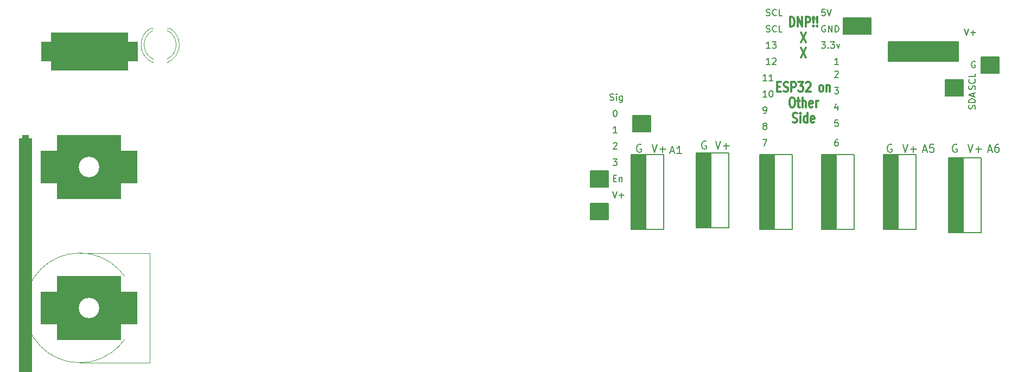
<source format=gto>
G04 #@! TF.GenerationSoftware,KiCad,Pcbnew,7.0.5-0*
G04 #@! TF.CreationDate,2024-12-12T00:25:15-05:00*
G04 #@! TF.ProjectId,ESP32_MIDI_v3.kicad_pro,45535033-325f-44d4-9944-495f76332e6b,rev?*
G04 #@! TF.SameCoordinates,Original*
G04 #@! TF.FileFunction,Legend,Top*
G04 #@! TF.FilePolarity,Positive*
%FSLAX46Y46*%
G04 Gerber Fmt 4.6, Leading zero omitted, Abs format (unit mm)*
G04 Created by KiCad (PCBNEW 7.0.5-0) date 2024-12-12 00:25:15*
%MOMM*%
%LPD*%
G01*
G04 APERTURE LIST*
G04 Aperture macros list*
%AMRoundRect*
0 Rectangle with rounded corners*
0 $1 Rounding radius*
0 $2 $3 $4 $5 $6 $7 $8 $9 X,Y pos of 4 corners*
0 Add a 4 corners polygon primitive as box body*
4,1,4,$2,$3,$4,$5,$6,$7,$8,$9,$2,$3,0*
0 Add four circle primitives for the rounded corners*
1,1,$1+$1,$2,$3*
1,1,$1+$1,$4,$5*
1,1,$1+$1,$6,$7*
1,1,$1+$1,$8,$9*
0 Add four rect primitives between the rounded corners*
20,1,$1+$1,$2,$3,$4,$5,0*
20,1,$1+$1,$4,$5,$6,$7,0*
20,1,$1+$1,$6,$7,$8,$9,0*
20,1,$1+$1,$8,$9,$2,$3,0*%
G04 Aperture macros list end*
%ADD10C,0.200000*%
%ADD11C,0.150000*%
%ADD12C,0.300000*%
%ADD13C,0.120000*%
%ADD14C,2.340000*%
%ADD15RoundRect,0.500000X0.500000X-25.500000X0.500000X25.500000X-0.500000X25.500000X-0.500000X-25.500000X0*%
%ADD16C,3.200000*%
%ADD17RoundRect,1.500000X-6.000000X-1.500000X6.000000X-1.500000X6.000000X1.500000X-6.000000X1.500000X0*%
%ADD18RoundRect,2.500000X-5.000000X-2.500000X5.000000X-2.500000X5.000000X2.500000X-5.000000X2.500000X0*%
%ADD19R,1.800000X1.800000*%
%ADD20C,1.800000*%
G04 APERTURE END LIST*
D10*
X118110000Y-56642000D02*
X120904000Y-56642000D01*
X120904000Y-59182000D01*
X118110000Y-59182000D01*
X118110000Y-56642000D01*
G36*
X118110000Y-56642000D02*
G01*
X120904000Y-56642000D01*
X120904000Y-59182000D01*
X118110000Y-59182000D01*
X118110000Y-56642000D01*
G37*
X176276000Y-54610000D02*
X179070000Y-54610000D01*
X179070000Y-66294000D01*
X176276000Y-66294000D01*
X176276000Y-54610000D01*
X118110000Y-61722000D02*
X120904000Y-61722000D01*
X120904000Y-64262000D01*
X118110000Y-64262000D01*
X118110000Y-61722000D01*
G36*
X118110000Y-61722000D02*
G01*
X120904000Y-61722000D01*
X120904000Y-64262000D01*
X118110000Y-64262000D01*
X118110000Y-61722000D01*
G37*
X173990000Y-54610000D02*
X176276000Y-54610000D01*
X176276000Y-66294000D01*
X173990000Y-66294000D01*
X173990000Y-54610000D01*
G36*
X173990000Y-54610000D02*
G01*
X176276000Y-54610000D01*
X176276000Y-66294000D01*
X173990000Y-66294000D01*
X173990000Y-54610000D01*
G37*
X163830000Y-54102000D02*
X166116000Y-54102000D01*
X166116000Y-65786000D01*
X163830000Y-65786000D01*
X163830000Y-54102000D01*
G36*
X163830000Y-54102000D02*
G01*
X166116000Y-54102000D01*
X166116000Y-65786000D01*
X163830000Y-65786000D01*
X163830000Y-54102000D01*
G37*
X156464000Y-54102000D02*
X159258000Y-54102000D01*
X159258000Y-65786000D01*
X156464000Y-65786000D01*
X156464000Y-54102000D01*
X164592000Y-36460000D02*
X175514000Y-36460000D01*
X175514000Y-39508000D01*
X164592000Y-39508000D01*
X164592000Y-36460000D01*
G36*
X164592000Y-36460000D02*
G01*
X175514000Y-36460000D01*
X175514000Y-39508000D01*
X164592000Y-39508000D01*
X164592000Y-36460000D01*
G37*
X124714000Y-48006000D02*
X127508000Y-48006000D01*
X127508000Y-50546000D01*
X124714000Y-50546000D01*
X124714000Y-48006000D01*
G36*
X124714000Y-48006000D02*
G01*
X127508000Y-48006000D01*
X127508000Y-50546000D01*
X124714000Y-50546000D01*
X124714000Y-48006000D01*
G37*
X154178000Y-54102000D02*
X156464000Y-54102000D01*
X156464000Y-65786000D01*
X154178000Y-65786000D01*
X154178000Y-54102000D01*
G36*
X154178000Y-54102000D02*
G01*
X156464000Y-54102000D01*
X156464000Y-65786000D01*
X154178000Y-65786000D01*
X154178000Y-54102000D01*
G37*
X173482000Y-42418000D02*
X176276000Y-42418000D01*
X176276000Y-44958000D01*
X173482000Y-44958000D01*
X173482000Y-42418000D01*
G36*
X173482000Y-42418000D02*
G01*
X176276000Y-42418000D01*
X176276000Y-44958000D01*
X173482000Y-44958000D01*
X173482000Y-42418000D01*
G37*
X124460000Y-54102000D02*
X126746000Y-54102000D01*
X126746000Y-65786000D01*
X124460000Y-65786000D01*
X124460000Y-54102000D01*
G36*
X124460000Y-54102000D02*
G01*
X126746000Y-54102000D01*
X126746000Y-65786000D01*
X124460000Y-65786000D01*
X124460000Y-54102000D01*
G37*
X126746000Y-54102000D02*
X129540000Y-54102000D01*
X129540000Y-65786000D01*
X126746000Y-65786000D01*
X126746000Y-54102000D01*
X146812000Y-54102000D02*
X149606000Y-54102000D01*
X149606000Y-65786000D01*
X146812000Y-65786000D01*
X146812000Y-54102000D01*
X166116000Y-54102000D02*
X168910000Y-54102000D01*
X168910000Y-65786000D01*
X166116000Y-65786000D01*
X166116000Y-54102000D01*
X136906000Y-53848000D02*
X139700000Y-53848000D01*
X139700000Y-65532000D01*
X136906000Y-65532000D01*
X136906000Y-53848000D01*
X157607000Y-32766000D02*
X161925000Y-32766000D01*
X161925000Y-35306000D01*
X157607000Y-35306000D01*
X157607000Y-32766000D01*
G36*
X157607000Y-32766000D02*
G01*
X161925000Y-32766000D01*
X161925000Y-35306000D01*
X157607000Y-35306000D01*
X157607000Y-32766000D01*
G37*
X144526000Y-54102000D02*
X146812000Y-54102000D01*
X146812000Y-65786000D01*
X144526000Y-65786000D01*
X144526000Y-54102000D01*
G36*
X144526000Y-54102000D02*
G01*
X146812000Y-54102000D01*
X146812000Y-65786000D01*
X144526000Y-65786000D01*
X144526000Y-54102000D01*
G37*
X179070000Y-38862000D02*
X181864000Y-38862000D01*
X181864000Y-41402000D01*
X179070000Y-41402000D01*
X179070000Y-38862000D01*
G36*
X179070000Y-38862000D02*
G01*
X181864000Y-38862000D01*
X181864000Y-41402000D01*
X179070000Y-41402000D01*
X179070000Y-38862000D01*
G37*
X134620000Y-53848000D02*
X136906000Y-53848000D01*
X136906000Y-65532000D01*
X134620000Y-65532000D01*
X134620000Y-53848000D01*
G36*
X134620000Y-53848000D02*
G01*
X136906000Y-53848000D01*
X136906000Y-65532000D01*
X134620000Y-65532000D01*
X134620000Y-53848000D01*
G37*
D11*
X176469922Y-34429819D02*
X176803255Y-35429819D01*
X176803255Y-35429819D02*
X177136588Y-34429819D01*
X177469922Y-35048866D02*
X178231827Y-35048866D01*
X177850874Y-35429819D02*
X177850874Y-34667914D01*
X156245160Y-41129057D02*
X156292779Y-41081438D01*
X156292779Y-41081438D02*
X156388017Y-41033819D01*
X156388017Y-41033819D02*
X156626112Y-41033819D01*
X156626112Y-41033819D02*
X156721350Y-41081438D01*
X156721350Y-41081438D02*
X156768969Y-41129057D01*
X156768969Y-41129057D02*
X156816588Y-41224295D01*
X156816588Y-41224295D02*
X156816588Y-41319533D01*
X156816588Y-41319533D02*
X156768969Y-41462390D01*
X156768969Y-41462390D02*
X156197541Y-42033819D01*
X156197541Y-42033819D02*
X156816588Y-42033819D01*
X122272588Y-50669819D02*
X121701160Y-50669819D01*
X121986874Y-50669819D02*
X121986874Y-49669819D01*
X121986874Y-49669819D02*
X121891636Y-49812676D01*
X121891636Y-49812676D02*
X121796398Y-49907914D01*
X121796398Y-49907914D02*
X121701160Y-49955533D01*
X121193160Y-45542200D02*
X121336017Y-45589819D01*
X121336017Y-45589819D02*
X121574112Y-45589819D01*
X121574112Y-45589819D02*
X121669350Y-45542200D01*
X121669350Y-45542200D02*
X121716969Y-45494580D01*
X121716969Y-45494580D02*
X121764588Y-45399342D01*
X121764588Y-45399342D02*
X121764588Y-45304104D01*
X121764588Y-45304104D02*
X121716969Y-45208866D01*
X121716969Y-45208866D02*
X121669350Y-45161247D01*
X121669350Y-45161247D02*
X121574112Y-45113628D01*
X121574112Y-45113628D02*
X121383636Y-45066009D01*
X121383636Y-45066009D02*
X121288398Y-45018390D01*
X121288398Y-45018390D02*
X121240779Y-44970771D01*
X121240779Y-44970771D02*
X121193160Y-44875533D01*
X121193160Y-44875533D02*
X121193160Y-44780295D01*
X121193160Y-44780295D02*
X121240779Y-44685057D01*
X121240779Y-44685057D02*
X121288398Y-44637438D01*
X121288398Y-44637438D02*
X121383636Y-44589819D01*
X121383636Y-44589819D02*
X121621731Y-44589819D01*
X121621731Y-44589819D02*
X121764588Y-44637438D01*
X122193160Y-45589819D02*
X122193160Y-44923152D01*
X122193160Y-44589819D02*
X122145541Y-44637438D01*
X122145541Y-44637438D02*
X122193160Y-44685057D01*
X122193160Y-44685057D02*
X122240779Y-44637438D01*
X122240779Y-44637438D02*
X122193160Y-44589819D01*
X122193160Y-44589819D02*
X122193160Y-44685057D01*
X123097921Y-44923152D02*
X123097921Y-45732676D01*
X123097921Y-45732676D02*
X123050302Y-45827914D01*
X123050302Y-45827914D02*
X123002683Y-45875533D01*
X123002683Y-45875533D02*
X122907445Y-45923152D01*
X122907445Y-45923152D02*
X122764588Y-45923152D01*
X122764588Y-45923152D02*
X122669350Y-45875533D01*
X123097921Y-45542200D02*
X123002683Y-45589819D01*
X123002683Y-45589819D02*
X122812207Y-45589819D01*
X122812207Y-45589819D02*
X122716969Y-45542200D01*
X122716969Y-45542200D02*
X122669350Y-45494580D01*
X122669350Y-45494580D02*
X122621731Y-45399342D01*
X122621731Y-45399342D02*
X122621731Y-45113628D01*
X122621731Y-45113628D02*
X122669350Y-45018390D01*
X122669350Y-45018390D02*
X122716969Y-44970771D01*
X122716969Y-44970771D02*
X122812207Y-44923152D01*
X122812207Y-44923152D02*
X123002683Y-44923152D01*
X123002683Y-44923152D02*
X123097921Y-44970771D01*
D10*
X175289863Y-52547885D02*
X175175578Y-52490742D01*
X175175578Y-52490742D02*
X175004149Y-52490742D01*
X175004149Y-52490742D02*
X174832720Y-52547885D01*
X174832720Y-52547885D02*
X174718435Y-52662171D01*
X174718435Y-52662171D02*
X174661292Y-52776457D01*
X174661292Y-52776457D02*
X174604149Y-53005028D01*
X174604149Y-53005028D02*
X174604149Y-53176457D01*
X174604149Y-53176457D02*
X174661292Y-53405028D01*
X174661292Y-53405028D02*
X174718435Y-53519314D01*
X174718435Y-53519314D02*
X174832720Y-53633600D01*
X174832720Y-53633600D02*
X175004149Y-53690742D01*
X175004149Y-53690742D02*
X175118435Y-53690742D01*
X175118435Y-53690742D02*
X175289863Y-53633600D01*
X175289863Y-53633600D02*
X175347006Y-53576457D01*
X175347006Y-53576457D02*
X175347006Y-53176457D01*
X175347006Y-53176457D02*
X175118435Y-53176457D01*
D11*
X145577160Y-34874200D02*
X145720017Y-34921819D01*
X145720017Y-34921819D02*
X145958112Y-34921819D01*
X145958112Y-34921819D02*
X146053350Y-34874200D01*
X146053350Y-34874200D02*
X146100969Y-34826580D01*
X146100969Y-34826580D02*
X146148588Y-34731342D01*
X146148588Y-34731342D02*
X146148588Y-34636104D01*
X146148588Y-34636104D02*
X146100969Y-34540866D01*
X146100969Y-34540866D02*
X146053350Y-34493247D01*
X146053350Y-34493247D02*
X145958112Y-34445628D01*
X145958112Y-34445628D02*
X145767636Y-34398009D01*
X145767636Y-34398009D02*
X145672398Y-34350390D01*
X145672398Y-34350390D02*
X145624779Y-34302771D01*
X145624779Y-34302771D02*
X145577160Y-34207533D01*
X145577160Y-34207533D02*
X145577160Y-34112295D01*
X145577160Y-34112295D02*
X145624779Y-34017057D01*
X145624779Y-34017057D02*
X145672398Y-33969438D01*
X145672398Y-33969438D02*
X145767636Y-33921819D01*
X145767636Y-33921819D02*
X146005731Y-33921819D01*
X146005731Y-33921819D02*
X146148588Y-33969438D01*
X147148588Y-34826580D02*
X147100969Y-34874200D01*
X147100969Y-34874200D02*
X146958112Y-34921819D01*
X146958112Y-34921819D02*
X146862874Y-34921819D01*
X146862874Y-34921819D02*
X146720017Y-34874200D01*
X146720017Y-34874200D02*
X146624779Y-34778961D01*
X146624779Y-34778961D02*
X146577160Y-34683723D01*
X146577160Y-34683723D02*
X146529541Y-34493247D01*
X146529541Y-34493247D02*
X146529541Y-34350390D01*
X146529541Y-34350390D02*
X146577160Y-34159914D01*
X146577160Y-34159914D02*
X146624779Y-34064676D01*
X146624779Y-34064676D02*
X146720017Y-33969438D01*
X146720017Y-33969438D02*
X146862874Y-33921819D01*
X146862874Y-33921819D02*
X146958112Y-33921819D01*
X146958112Y-33921819D02*
X147100969Y-33969438D01*
X147100969Y-33969438D02*
X147148588Y-34017057D01*
X148053350Y-34921819D02*
X147577160Y-34921819D01*
X147577160Y-34921819D02*
X147577160Y-33921819D01*
X156721350Y-46447152D02*
X156721350Y-47113819D01*
X156483255Y-46066200D02*
X156245160Y-46780485D01*
X156245160Y-46780485D02*
X156864207Y-46780485D01*
D10*
X127753863Y-52490742D02*
X128153863Y-53690742D01*
X128153863Y-53690742D02*
X128553863Y-52490742D01*
X128953863Y-53233600D02*
X129868149Y-53233600D01*
X129411006Y-53690742D02*
X129411006Y-52776457D01*
X177029863Y-52490742D02*
X177429863Y-53690742D01*
X177429863Y-53690742D02*
X177829863Y-52490742D01*
X178229863Y-53233600D02*
X179144149Y-53233600D01*
X178687006Y-53690742D02*
X178687006Y-52776457D01*
D11*
X156197541Y-43573819D02*
X156816588Y-43573819D01*
X156816588Y-43573819D02*
X156483255Y-43954771D01*
X156483255Y-43954771D02*
X156626112Y-43954771D01*
X156626112Y-43954771D02*
X156721350Y-44002390D01*
X156721350Y-44002390D02*
X156768969Y-44050009D01*
X156768969Y-44050009D02*
X156816588Y-44145247D01*
X156816588Y-44145247D02*
X156816588Y-44383342D01*
X156816588Y-44383342D02*
X156768969Y-44478580D01*
X156768969Y-44478580D02*
X156721350Y-44526200D01*
X156721350Y-44526200D02*
X156626112Y-44573819D01*
X156626112Y-44573819D02*
X156340398Y-44573819D01*
X156340398Y-44573819D02*
X156245160Y-44526200D01*
X156245160Y-44526200D02*
X156197541Y-44478580D01*
D10*
X136173863Y-52039885D02*
X136059578Y-51982742D01*
X136059578Y-51982742D02*
X135888149Y-51982742D01*
X135888149Y-51982742D02*
X135716720Y-52039885D01*
X135716720Y-52039885D02*
X135602435Y-52154171D01*
X135602435Y-52154171D02*
X135545292Y-52268457D01*
X135545292Y-52268457D02*
X135488149Y-52497028D01*
X135488149Y-52497028D02*
X135488149Y-52668457D01*
X135488149Y-52668457D02*
X135545292Y-52897028D01*
X135545292Y-52897028D02*
X135602435Y-53011314D01*
X135602435Y-53011314D02*
X135716720Y-53125600D01*
X135716720Y-53125600D02*
X135888149Y-53182742D01*
X135888149Y-53182742D02*
X136002435Y-53182742D01*
X136002435Y-53182742D02*
X136173863Y-53125600D01*
X136173863Y-53125600D02*
X136231006Y-53068457D01*
X136231006Y-53068457D02*
X136231006Y-52668457D01*
X136231006Y-52668457D02*
X136002435Y-52668457D01*
D11*
X154736969Y-31381819D02*
X154260779Y-31381819D01*
X154260779Y-31381819D02*
X154213160Y-31858009D01*
X154213160Y-31858009D02*
X154260779Y-31810390D01*
X154260779Y-31810390D02*
X154356017Y-31762771D01*
X154356017Y-31762771D02*
X154594112Y-31762771D01*
X154594112Y-31762771D02*
X154689350Y-31810390D01*
X154689350Y-31810390D02*
X154736969Y-31858009D01*
X154736969Y-31858009D02*
X154784588Y-31953247D01*
X154784588Y-31953247D02*
X154784588Y-32191342D01*
X154784588Y-32191342D02*
X154736969Y-32286580D01*
X154736969Y-32286580D02*
X154689350Y-32334200D01*
X154689350Y-32334200D02*
X154594112Y-32381819D01*
X154594112Y-32381819D02*
X154356017Y-32381819D01*
X154356017Y-32381819D02*
X154260779Y-32334200D01*
X154260779Y-32334200D02*
X154213160Y-32286580D01*
X155070303Y-31381819D02*
X155403636Y-32381819D01*
X155403636Y-32381819D02*
X155736969Y-31381819D01*
X121701160Y-52305057D02*
X121748779Y-52257438D01*
X121748779Y-52257438D02*
X121844017Y-52209819D01*
X121844017Y-52209819D02*
X122082112Y-52209819D01*
X122082112Y-52209819D02*
X122177350Y-52257438D01*
X122177350Y-52257438D02*
X122224969Y-52305057D01*
X122224969Y-52305057D02*
X122272588Y-52400295D01*
X122272588Y-52400295D02*
X122272588Y-52495533D01*
X122272588Y-52495533D02*
X122224969Y-52638390D01*
X122224969Y-52638390D02*
X121653541Y-53209819D01*
X121653541Y-53209819D02*
X122272588Y-53209819D01*
X146148588Y-40001819D02*
X145577160Y-40001819D01*
X145862874Y-40001819D02*
X145862874Y-39001819D01*
X145862874Y-39001819D02*
X145767636Y-39144676D01*
X145767636Y-39144676D02*
X145672398Y-39239914D01*
X145672398Y-39239914D02*
X145577160Y-39287533D01*
X146529541Y-39097057D02*
X146577160Y-39049438D01*
X146577160Y-39049438D02*
X146672398Y-39001819D01*
X146672398Y-39001819D02*
X146910493Y-39001819D01*
X146910493Y-39001819D02*
X147005731Y-39049438D01*
X147005731Y-39049438D02*
X147053350Y-39097057D01*
X147053350Y-39097057D02*
X147100969Y-39192295D01*
X147100969Y-39192295D02*
X147100969Y-39287533D01*
X147100969Y-39287533D02*
X147053350Y-39430390D01*
X147053350Y-39430390D02*
X146481922Y-40001819D01*
X146481922Y-40001819D02*
X147100969Y-40001819D01*
D12*
X149269714Y-34086828D02*
X149269714Y-32586828D01*
X149269714Y-32586828D02*
X149555428Y-32586828D01*
X149555428Y-32586828D02*
X149726857Y-32658257D01*
X149726857Y-32658257D02*
X149841142Y-32801114D01*
X149841142Y-32801114D02*
X149898285Y-32943971D01*
X149898285Y-32943971D02*
X149955428Y-33229685D01*
X149955428Y-33229685D02*
X149955428Y-33443971D01*
X149955428Y-33443971D02*
X149898285Y-33729685D01*
X149898285Y-33729685D02*
X149841142Y-33872542D01*
X149841142Y-33872542D02*
X149726857Y-34015400D01*
X149726857Y-34015400D02*
X149555428Y-34086828D01*
X149555428Y-34086828D02*
X149269714Y-34086828D01*
X150469714Y-34086828D02*
X150469714Y-32586828D01*
X150469714Y-32586828D02*
X151155428Y-34086828D01*
X151155428Y-34086828D02*
X151155428Y-32586828D01*
X151726857Y-34086828D02*
X151726857Y-32586828D01*
X151726857Y-32586828D02*
X152184000Y-32586828D01*
X152184000Y-32586828D02*
X152298285Y-32658257D01*
X152298285Y-32658257D02*
X152355428Y-32729685D01*
X152355428Y-32729685D02*
X152412571Y-32872542D01*
X152412571Y-32872542D02*
X152412571Y-33086828D01*
X152412571Y-33086828D02*
X152355428Y-33229685D01*
X152355428Y-33229685D02*
X152298285Y-33301114D01*
X152298285Y-33301114D02*
X152184000Y-33372542D01*
X152184000Y-33372542D02*
X151726857Y-33372542D01*
X152926857Y-33943971D02*
X152984000Y-34015400D01*
X152984000Y-34015400D02*
X152926857Y-34086828D01*
X152926857Y-34086828D02*
X152869714Y-34015400D01*
X152869714Y-34015400D02*
X152926857Y-33943971D01*
X152926857Y-33943971D02*
X152926857Y-34086828D01*
X152926857Y-33515400D02*
X152869714Y-32658257D01*
X152869714Y-32658257D02*
X152926857Y-32586828D01*
X152926857Y-32586828D02*
X152984000Y-32658257D01*
X152984000Y-32658257D02*
X152926857Y-33515400D01*
X152926857Y-33515400D02*
X152926857Y-32586828D01*
X153498286Y-33943971D02*
X153555429Y-34015400D01*
X153555429Y-34015400D02*
X153498286Y-34086828D01*
X153498286Y-34086828D02*
X153441143Y-34015400D01*
X153441143Y-34015400D02*
X153498286Y-33943971D01*
X153498286Y-33943971D02*
X153498286Y-34086828D01*
X153498286Y-33515400D02*
X153441143Y-32658257D01*
X153441143Y-32658257D02*
X153498286Y-32586828D01*
X153498286Y-32586828D02*
X153555429Y-32658257D01*
X153555429Y-32658257D02*
X153498286Y-33515400D01*
X153498286Y-33515400D02*
X153498286Y-32586828D01*
X150984000Y-35001828D02*
X151784000Y-36501828D01*
X151784000Y-35001828D02*
X150984000Y-36501828D01*
X150984000Y-37416828D02*
X151784000Y-38916828D01*
X151784000Y-37416828D02*
X150984000Y-38916828D01*
D10*
X137659863Y-51982742D02*
X138059863Y-53182742D01*
X138059863Y-53182742D02*
X138459863Y-51982742D01*
X138859863Y-52725600D02*
X139774149Y-52725600D01*
X139317006Y-53182742D02*
X139317006Y-52268457D01*
D11*
X145640588Y-42541819D02*
X145069160Y-42541819D01*
X145354874Y-42541819D02*
X145354874Y-41541819D01*
X145354874Y-41541819D02*
X145259636Y-41684676D01*
X145259636Y-41684676D02*
X145164398Y-41779914D01*
X145164398Y-41779914D02*
X145069160Y-41827533D01*
X146592969Y-42541819D02*
X146021541Y-42541819D01*
X146307255Y-42541819D02*
X146307255Y-41541819D01*
X146307255Y-41541819D02*
X146212017Y-41684676D01*
X146212017Y-41684676D02*
X146116779Y-41779914D01*
X146116779Y-41779914D02*
X146021541Y-41827533D01*
X154784588Y-33969438D02*
X154689350Y-33921819D01*
X154689350Y-33921819D02*
X154546493Y-33921819D01*
X154546493Y-33921819D02*
X154403636Y-33969438D01*
X154403636Y-33969438D02*
X154308398Y-34064676D01*
X154308398Y-34064676D02*
X154260779Y-34159914D01*
X154260779Y-34159914D02*
X154213160Y-34350390D01*
X154213160Y-34350390D02*
X154213160Y-34493247D01*
X154213160Y-34493247D02*
X154260779Y-34683723D01*
X154260779Y-34683723D02*
X154308398Y-34778961D01*
X154308398Y-34778961D02*
X154403636Y-34874200D01*
X154403636Y-34874200D02*
X154546493Y-34921819D01*
X154546493Y-34921819D02*
X154641731Y-34921819D01*
X154641731Y-34921819D02*
X154784588Y-34874200D01*
X154784588Y-34874200D02*
X154832207Y-34826580D01*
X154832207Y-34826580D02*
X154832207Y-34493247D01*
X154832207Y-34493247D02*
X154641731Y-34493247D01*
X155260779Y-34921819D02*
X155260779Y-33921819D01*
X155260779Y-33921819D02*
X155832207Y-34921819D01*
X155832207Y-34921819D02*
X155832207Y-33921819D01*
X156308398Y-34921819D02*
X156308398Y-33921819D01*
X156308398Y-33921819D02*
X156546493Y-33921819D01*
X156546493Y-33921819D02*
X156689350Y-33969438D01*
X156689350Y-33969438D02*
X156784588Y-34064676D01*
X156784588Y-34064676D02*
X156832207Y-34159914D01*
X156832207Y-34159914D02*
X156879826Y-34350390D01*
X156879826Y-34350390D02*
X156879826Y-34493247D01*
X156879826Y-34493247D02*
X156832207Y-34683723D01*
X156832207Y-34683723D02*
X156784588Y-34778961D01*
X156784588Y-34778961D02*
X156689350Y-34874200D01*
X156689350Y-34874200D02*
X156546493Y-34921819D01*
X156546493Y-34921819D02*
X156308398Y-34921819D01*
D10*
X126013863Y-52547885D02*
X125899578Y-52490742D01*
X125899578Y-52490742D02*
X125728149Y-52490742D01*
X125728149Y-52490742D02*
X125556720Y-52547885D01*
X125556720Y-52547885D02*
X125442435Y-52662171D01*
X125442435Y-52662171D02*
X125385292Y-52776457D01*
X125385292Y-52776457D02*
X125328149Y-53005028D01*
X125328149Y-53005028D02*
X125328149Y-53176457D01*
X125328149Y-53176457D02*
X125385292Y-53405028D01*
X125385292Y-53405028D02*
X125442435Y-53519314D01*
X125442435Y-53519314D02*
X125556720Y-53633600D01*
X125556720Y-53633600D02*
X125728149Y-53690742D01*
X125728149Y-53690742D02*
X125842435Y-53690742D01*
X125842435Y-53690742D02*
X126013863Y-53633600D01*
X126013863Y-53633600D02*
X126071006Y-53576457D01*
X126071006Y-53576457D02*
X126071006Y-53176457D01*
X126071006Y-53176457D02*
X125842435Y-53176457D01*
D11*
X146148588Y-37461819D02*
X145577160Y-37461819D01*
X145862874Y-37461819D02*
X145862874Y-36461819D01*
X145862874Y-36461819D02*
X145767636Y-36604676D01*
X145767636Y-36604676D02*
X145672398Y-36699914D01*
X145672398Y-36699914D02*
X145577160Y-36747533D01*
X146481922Y-36461819D02*
X147100969Y-36461819D01*
X147100969Y-36461819D02*
X146767636Y-36842771D01*
X146767636Y-36842771D02*
X146910493Y-36842771D01*
X146910493Y-36842771D02*
X147005731Y-36890390D01*
X147005731Y-36890390D02*
X147053350Y-36938009D01*
X147053350Y-36938009D02*
X147100969Y-37033247D01*
X147100969Y-37033247D02*
X147100969Y-37271342D01*
X147100969Y-37271342D02*
X147053350Y-37366580D01*
X147053350Y-37366580D02*
X147005731Y-37414200D01*
X147005731Y-37414200D02*
X146910493Y-37461819D01*
X146910493Y-37461819D02*
X146624779Y-37461819D01*
X146624779Y-37461819D02*
X146529541Y-37414200D01*
X146529541Y-37414200D02*
X146481922Y-37366580D01*
X154165541Y-36461819D02*
X154784588Y-36461819D01*
X154784588Y-36461819D02*
X154451255Y-36842771D01*
X154451255Y-36842771D02*
X154594112Y-36842771D01*
X154594112Y-36842771D02*
X154689350Y-36890390D01*
X154689350Y-36890390D02*
X154736969Y-36938009D01*
X154736969Y-36938009D02*
X154784588Y-37033247D01*
X154784588Y-37033247D02*
X154784588Y-37271342D01*
X154784588Y-37271342D02*
X154736969Y-37366580D01*
X154736969Y-37366580D02*
X154689350Y-37414200D01*
X154689350Y-37414200D02*
X154594112Y-37461819D01*
X154594112Y-37461819D02*
X154308398Y-37461819D01*
X154308398Y-37461819D02*
X154213160Y-37414200D01*
X154213160Y-37414200D02*
X154165541Y-37366580D01*
X155213160Y-37366580D02*
X155260779Y-37414200D01*
X155260779Y-37414200D02*
X155213160Y-37461819D01*
X155213160Y-37461819D02*
X155165541Y-37414200D01*
X155165541Y-37414200D02*
X155213160Y-37366580D01*
X155213160Y-37366580D02*
X155213160Y-37461819D01*
X155594112Y-36461819D02*
X156213159Y-36461819D01*
X156213159Y-36461819D02*
X155879826Y-36842771D01*
X155879826Y-36842771D02*
X156022683Y-36842771D01*
X156022683Y-36842771D02*
X156117921Y-36890390D01*
X156117921Y-36890390D02*
X156165540Y-36938009D01*
X156165540Y-36938009D02*
X156213159Y-37033247D01*
X156213159Y-37033247D02*
X156213159Y-37271342D01*
X156213159Y-37271342D02*
X156165540Y-37366580D01*
X156165540Y-37366580D02*
X156117921Y-37414200D01*
X156117921Y-37414200D02*
X156022683Y-37461819D01*
X156022683Y-37461819D02*
X155736969Y-37461819D01*
X155736969Y-37461819D02*
X155641731Y-37414200D01*
X155641731Y-37414200D02*
X155594112Y-37366580D01*
X156546493Y-36795152D02*
X156784588Y-37461819D01*
X156784588Y-37461819D02*
X157022683Y-36795152D01*
X121748779Y-57766009D02*
X122082112Y-57766009D01*
X122224969Y-58289819D02*
X121748779Y-58289819D01*
X121748779Y-58289819D02*
X121748779Y-57289819D01*
X121748779Y-57289819D02*
X122224969Y-57289819D01*
X122653541Y-57623152D02*
X122653541Y-58289819D01*
X122653541Y-57718390D02*
X122701160Y-57670771D01*
X122701160Y-57670771D02*
X122796398Y-57623152D01*
X122796398Y-57623152D02*
X122939255Y-57623152D01*
X122939255Y-57623152D02*
X123034493Y-57670771D01*
X123034493Y-57670771D02*
X123082112Y-57766009D01*
X123082112Y-57766009D02*
X123082112Y-58289819D01*
X178152588Y-39557438D02*
X178057350Y-39509819D01*
X178057350Y-39509819D02*
X177914493Y-39509819D01*
X177914493Y-39509819D02*
X177771636Y-39557438D01*
X177771636Y-39557438D02*
X177676398Y-39652676D01*
X177676398Y-39652676D02*
X177628779Y-39747914D01*
X177628779Y-39747914D02*
X177581160Y-39938390D01*
X177581160Y-39938390D02*
X177581160Y-40081247D01*
X177581160Y-40081247D02*
X177628779Y-40271723D01*
X177628779Y-40271723D02*
X177676398Y-40366961D01*
X177676398Y-40366961D02*
X177771636Y-40462200D01*
X177771636Y-40462200D02*
X177914493Y-40509819D01*
X177914493Y-40509819D02*
X178009731Y-40509819D01*
X178009731Y-40509819D02*
X178152588Y-40462200D01*
X178152588Y-40462200D02*
X178200207Y-40414580D01*
X178200207Y-40414580D02*
X178200207Y-40081247D01*
X178200207Y-40081247D02*
X178009731Y-40081247D01*
X145577160Y-32334200D02*
X145720017Y-32381819D01*
X145720017Y-32381819D02*
X145958112Y-32381819D01*
X145958112Y-32381819D02*
X146053350Y-32334200D01*
X146053350Y-32334200D02*
X146100969Y-32286580D01*
X146100969Y-32286580D02*
X146148588Y-32191342D01*
X146148588Y-32191342D02*
X146148588Y-32096104D01*
X146148588Y-32096104D02*
X146100969Y-32000866D01*
X146100969Y-32000866D02*
X146053350Y-31953247D01*
X146053350Y-31953247D02*
X145958112Y-31905628D01*
X145958112Y-31905628D02*
X145767636Y-31858009D01*
X145767636Y-31858009D02*
X145672398Y-31810390D01*
X145672398Y-31810390D02*
X145624779Y-31762771D01*
X145624779Y-31762771D02*
X145577160Y-31667533D01*
X145577160Y-31667533D02*
X145577160Y-31572295D01*
X145577160Y-31572295D02*
X145624779Y-31477057D01*
X145624779Y-31477057D02*
X145672398Y-31429438D01*
X145672398Y-31429438D02*
X145767636Y-31381819D01*
X145767636Y-31381819D02*
X146005731Y-31381819D01*
X146005731Y-31381819D02*
X146148588Y-31429438D01*
X147148588Y-32286580D02*
X147100969Y-32334200D01*
X147100969Y-32334200D02*
X146958112Y-32381819D01*
X146958112Y-32381819D02*
X146862874Y-32381819D01*
X146862874Y-32381819D02*
X146720017Y-32334200D01*
X146720017Y-32334200D02*
X146624779Y-32238961D01*
X146624779Y-32238961D02*
X146577160Y-32143723D01*
X146577160Y-32143723D02*
X146529541Y-31953247D01*
X146529541Y-31953247D02*
X146529541Y-31810390D01*
X146529541Y-31810390D02*
X146577160Y-31619914D01*
X146577160Y-31619914D02*
X146624779Y-31524676D01*
X146624779Y-31524676D02*
X146720017Y-31429438D01*
X146720017Y-31429438D02*
X146862874Y-31381819D01*
X146862874Y-31381819D02*
X146958112Y-31381819D01*
X146958112Y-31381819D02*
X147100969Y-31429438D01*
X147100969Y-31429438D02*
X147148588Y-31477057D01*
X148053350Y-32381819D02*
X147577160Y-32381819D01*
X147577160Y-32381819D02*
X147577160Y-31381819D01*
D10*
X170032149Y-53347885D02*
X170603578Y-53347885D01*
X169917863Y-53690742D02*
X170317863Y-52490742D01*
X170317863Y-52490742D02*
X170717863Y-53690742D01*
X171689291Y-52490742D02*
X171117863Y-52490742D01*
X171117863Y-52490742D02*
X171060720Y-53062171D01*
X171060720Y-53062171D02*
X171117863Y-53005028D01*
X171117863Y-53005028D02*
X171232149Y-52947885D01*
X171232149Y-52947885D02*
X171517863Y-52947885D01*
X171517863Y-52947885D02*
X171632149Y-53005028D01*
X171632149Y-53005028D02*
X171689291Y-53062171D01*
X171689291Y-53062171D02*
X171746434Y-53176457D01*
X171746434Y-53176457D02*
X171746434Y-53462171D01*
X171746434Y-53462171D02*
X171689291Y-53576457D01*
X171689291Y-53576457D02*
X171632149Y-53633600D01*
X171632149Y-53633600D02*
X171517863Y-53690742D01*
X171517863Y-53690742D02*
X171232149Y-53690742D01*
X171232149Y-53690742D02*
X171117863Y-53633600D01*
X171117863Y-53633600D02*
X171060720Y-53576457D01*
D11*
X156816588Y-40001819D02*
X156245160Y-40001819D01*
X156530874Y-40001819D02*
X156530874Y-39001819D01*
X156530874Y-39001819D02*
X156435636Y-39144676D01*
X156435636Y-39144676D02*
X156340398Y-39239914D01*
X156340398Y-39239914D02*
X156245160Y-39287533D01*
X178130200Y-43906839D02*
X178177819Y-43763982D01*
X178177819Y-43763982D02*
X178177819Y-43525887D01*
X178177819Y-43525887D02*
X178130200Y-43430649D01*
X178130200Y-43430649D02*
X178082580Y-43383030D01*
X178082580Y-43383030D02*
X177987342Y-43335411D01*
X177987342Y-43335411D02*
X177892104Y-43335411D01*
X177892104Y-43335411D02*
X177796866Y-43383030D01*
X177796866Y-43383030D02*
X177749247Y-43430649D01*
X177749247Y-43430649D02*
X177701628Y-43525887D01*
X177701628Y-43525887D02*
X177654009Y-43716363D01*
X177654009Y-43716363D02*
X177606390Y-43811601D01*
X177606390Y-43811601D02*
X177558771Y-43859220D01*
X177558771Y-43859220D02*
X177463533Y-43906839D01*
X177463533Y-43906839D02*
X177368295Y-43906839D01*
X177368295Y-43906839D02*
X177273057Y-43859220D01*
X177273057Y-43859220D02*
X177225438Y-43811601D01*
X177225438Y-43811601D02*
X177177819Y-43716363D01*
X177177819Y-43716363D02*
X177177819Y-43478268D01*
X177177819Y-43478268D02*
X177225438Y-43335411D01*
X178082580Y-42335411D02*
X178130200Y-42383030D01*
X178130200Y-42383030D02*
X178177819Y-42525887D01*
X178177819Y-42525887D02*
X178177819Y-42621125D01*
X178177819Y-42621125D02*
X178130200Y-42763982D01*
X178130200Y-42763982D02*
X178034961Y-42859220D01*
X178034961Y-42859220D02*
X177939723Y-42906839D01*
X177939723Y-42906839D02*
X177749247Y-42954458D01*
X177749247Y-42954458D02*
X177606390Y-42954458D01*
X177606390Y-42954458D02*
X177415914Y-42906839D01*
X177415914Y-42906839D02*
X177320676Y-42859220D01*
X177320676Y-42859220D02*
X177225438Y-42763982D01*
X177225438Y-42763982D02*
X177177819Y-42621125D01*
X177177819Y-42621125D02*
X177177819Y-42525887D01*
X177177819Y-42525887D02*
X177225438Y-42383030D01*
X177225438Y-42383030D02*
X177273057Y-42335411D01*
X178177819Y-41430649D02*
X178177819Y-41906839D01*
X178177819Y-41906839D02*
X177177819Y-41906839D01*
D10*
X180192149Y-53347885D02*
X180763578Y-53347885D01*
X180077863Y-53690742D02*
X180477863Y-52490742D01*
X180477863Y-52490742D02*
X180877863Y-53690742D01*
X181792149Y-52490742D02*
X181563577Y-52490742D01*
X181563577Y-52490742D02*
X181449291Y-52547885D01*
X181449291Y-52547885D02*
X181392149Y-52605028D01*
X181392149Y-52605028D02*
X181277863Y-52776457D01*
X181277863Y-52776457D02*
X181220720Y-53005028D01*
X181220720Y-53005028D02*
X181220720Y-53462171D01*
X181220720Y-53462171D02*
X181277863Y-53576457D01*
X181277863Y-53576457D02*
X181335006Y-53633600D01*
X181335006Y-53633600D02*
X181449291Y-53690742D01*
X181449291Y-53690742D02*
X181677863Y-53690742D01*
X181677863Y-53690742D02*
X181792149Y-53633600D01*
X181792149Y-53633600D02*
X181849291Y-53576457D01*
X181849291Y-53576457D02*
X181906434Y-53462171D01*
X181906434Y-53462171D02*
X181906434Y-53176457D01*
X181906434Y-53176457D02*
X181849291Y-53062171D01*
X181849291Y-53062171D02*
X181792149Y-53005028D01*
X181792149Y-53005028D02*
X181677863Y-52947885D01*
X181677863Y-52947885D02*
X181449291Y-52947885D01*
X181449291Y-52947885D02*
X181335006Y-53005028D01*
X181335006Y-53005028D02*
X181277863Y-53062171D01*
X181277863Y-53062171D02*
X181220720Y-53176457D01*
D11*
X145640588Y-45081819D02*
X145069160Y-45081819D01*
X145354874Y-45081819D02*
X145354874Y-44081819D01*
X145354874Y-44081819D02*
X145259636Y-44224676D01*
X145259636Y-44224676D02*
X145164398Y-44319914D01*
X145164398Y-44319914D02*
X145069160Y-44367533D01*
X146259636Y-44081819D02*
X146354874Y-44081819D01*
X146354874Y-44081819D02*
X146450112Y-44129438D01*
X146450112Y-44129438D02*
X146497731Y-44177057D01*
X146497731Y-44177057D02*
X146545350Y-44272295D01*
X146545350Y-44272295D02*
X146592969Y-44462771D01*
X146592969Y-44462771D02*
X146592969Y-44700866D01*
X146592969Y-44700866D02*
X146545350Y-44891342D01*
X146545350Y-44891342D02*
X146497731Y-44986580D01*
X146497731Y-44986580D02*
X146450112Y-45034200D01*
X146450112Y-45034200D02*
X146354874Y-45081819D01*
X146354874Y-45081819D02*
X146259636Y-45081819D01*
X146259636Y-45081819D02*
X146164398Y-45034200D01*
X146164398Y-45034200D02*
X146116779Y-44986580D01*
X146116779Y-44986580D02*
X146069160Y-44891342D01*
X146069160Y-44891342D02*
X146021541Y-44700866D01*
X146021541Y-44700866D02*
X146021541Y-44462771D01*
X146021541Y-44462771D02*
X146069160Y-44272295D01*
X146069160Y-44272295D02*
X146116779Y-44177057D01*
X146116779Y-44177057D02*
X146164398Y-44129438D01*
X146164398Y-44129438D02*
X146259636Y-44081819D01*
X121653541Y-54749819D02*
X122272588Y-54749819D01*
X122272588Y-54749819D02*
X121939255Y-55130771D01*
X121939255Y-55130771D02*
X122082112Y-55130771D01*
X122082112Y-55130771D02*
X122177350Y-55178390D01*
X122177350Y-55178390D02*
X122224969Y-55226009D01*
X122224969Y-55226009D02*
X122272588Y-55321247D01*
X122272588Y-55321247D02*
X122272588Y-55559342D01*
X122272588Y-55559342D02*
X122224969Y-55654580D01*
X122224969Y-55654580D02*
X122177350Y-55702200D01*
X122177350Y-55702200D02*
X122082112Y-55749819D01*
X122082112Y-55749819D02*
X121796398Y-55749819D01*
X121796398Y-55749819D02*
X121701160Y-55702200D01*
X121701160Y-55702200D02*
X121653541Y-55654580D01*
X145164398Y-47621819D02*
X145354874Y-47621819D01*
X145354874Y-47621819D02*
X145450112Y-47574200D01*
X145450112Y-47574200D02*
X145497731Y-47526580D01*
X145497731Y-47526580D02*
X145592969Y-47383723D01*
X145592969Y-47383723D02*
X145640588Y-47193247D01*
X145640588Y-47193247D02*
X145640588Y-46812295D01*
X145640588Y-46812295D02*
X145592969Y-46717057D01*
X145592969Y-46717057D02*
X145545350Y-46669438D01*
X145545350Y-46669438D02*
X145450112Y-46621819D01*
X145450112Y-46621819D02*
X145259636Y-46621819D01*
X145259636Y-46621819D02*
X145164398Y-46669438D01*
X145164398Y-46669438D02*
X145116779Y-46717057D01*
X145116779Y-46717057D02*
X145069160Y-46812295D01*
X145069160Y-46812295D02*
X145069160Y-47050390D01*
X145069160Y-47050390D02*
X145116779Y-47145628D01*
X145116779Y-47145628D02*
X145164398Y-47193247D01*
X145164398Y-47193247D02*
X145259636Y-47240866D01*
X145259636Y-47240866D02*
X145450112Y-47240866D01*
X145450112Y-47240866D02*
X145545350Y-47193247D01*
X145545350Y-47193247D02*
X145592969Y-47145628D01*
X145592969Y-47145628D02*
X145640588Y-47050390D01*
X145259636Y-49590390D02*
X145164398Y-49542771D01*
X145164398Y-49542771D02*
X145116779Y-49495152D01*
X145116779Y-49495152D02*
X145069160Y-49399914D01*
X145069160Y-49399914D02*
X145069160Y-49352295D01*
X145069160Y-49352295D02*
X145116779Y-49257057D01*
X145116779Y-49257057D02*
X145164398Y-49209438D01*
X145164398Y-49209438D02*
X145259636Y-49161819D01*
X145259636Y-49161819D02*
X145450112Y-49161819D01*
X145450112Y-49161819D02*
X145545350Y-49209438D01*
X145545350Y-49209438D02*
X145592969Y-49257057D01*
X145592969Y-49257057D02*
X145640588Y-49352295D01*
X145640588Y-49352295D02*
X145640588Y-49399914D01*
X145640588Y-49399914D02*
X145592969Y-49495152D01*
X145592969Y-49495152D02*
X145545350Y-49542771D01*
X145545350Y-49542771D02*
X145450112Y-49590390D01*
X145450112Y-49590390D02*
X145259636Y-49590390D01*
X145259636Y-49590390D02*
X145164398Y-49638009D01*
X145164398Y-49638009D02*
X145116779Y-49685628D01*
X145116779Y-49685628D02*
X145069160Y-49780866D01*
X145069160Y-49780866D02*
X145069160Y-49971342D01*
X145069160Y-49971342D02*
X145116779Y-50066580D01*
X145116779Y-50066580D02*
X145164398Y-50114200D01*
X145164398Y-50114200D02*
X145259636Y-50161819D01*
X145259636Y-50161819D02*
X145450112Y-50161819D01*
X145450112Y-50161819D02*
X145545350Y-50114200D01*
X145545350Y-50114200D02*
X145592969Y-50066580D01*
X145592969Y-50066580D02*
X145640588Y-49971342D01*
X145640588Y-49971342D02*
X145640588Y-49780866D01*
X145640588Y-49780866D02*
X145592969Y-49685628D01*
X145592969Y-49685628D02*
X145545350Y-49638009D01*
X145545350Y-49638009D02*
X145450112Y-49590390D01*
D10*
X166869863Y-52490742D02*
X167269863Y-53690742D01*
X167269863Y-53690742D02*
X167669863Y-52490742D01*
X168069863Y-53233600D02*
X168984149Y-53233600D01*
X168527006Y-53690742D02*
X168527006Y-52776457D01*
D11*
X178130200Y-46954839D02*
X178177819Y-46811982D01*
X178177819Y-46811982D02*
X178177819Y-46573887D01*
X178177819Y-46573887D02*
X178130200Y-46478649D01*
X178130200Y-46478649D02*
X178082580Y-46431030D01*
X178082580Y-46431030D02*
X177987342Y-46383411D01*
X177987342Y-46383411D02*
X177892104Y-46383411D01*
X177892104Y-46383411D02*
X177796866Y-46431030D01*
X177796866Y-46431030D02*
X177749247Y-46478649D01*
X177749247Y-46478649D02*
X177701628Y-46573887D01*
X177701628Y-46573887D02*
X177654009Y-46764363D01*
X177654009Y-46764363D02*
X177606390Y-46859601D01*
X177606390Y-46859601D02*
X177558771Y-46907220D01*
X177558771Y-46907220D02*
X177463533Y-46954839D01*
X177463533Y-46954839D02*
X177368295Y-46954839D01*
X177368295Y-46954839D02*
X177273057Y-46907220D01*
X177273057Y-46907220D02*
X177225438Y-46859601D01*
X177225438Y-46859601D02*
X177177819Y-46764363D01*
X177177819Y-46764363D02*
X177177819Y-46526268D01*
X177177819Y-46526268D02*
X177225438Y-46383411D01*
X178177819Y-45954839D02*
X177177819Y-45954839D01*
X177177819Y-45954839D02*
X177177819Y-45716744D01*
X177177819Y-45716744D02*
X177225438Y-45573887D01*
X177225438Y-45573887D02*
X177320676Y-45478649D01*
X177320676Y-45478649D02*
X177415914Y-45431030D01*
X177415914Y-45431030D02*
X177606390Y-45383411D01*
X177606390Y-45383411D02*
X177749247Y-45383411D01*
X177749247Y-45383411D02*
X177939723Y-45431030D01*
X177939723Y-45431030D02*
X178034961Y-45478649D01*
X178034961Y-45478649D02*
X178130200Y-45573887D01*
X178130200Y-45573887D02*
X178177819Y-45716744D01*
X178177819Y-45716744D02*
X178177819Y-45954839D01*
X177892104Y-45002458D02*
X177892104Y-44526268D01*
X178177819Y-45097696D02*
X177177819Y-44764363D01*
X177177819Y-44764363D02*
X178177819Y-44431030D01*
X121605922Y-59829819D02*
X121939255Y-60829819D01*
X121939255Y-60829819D02*
X122272588Y-59829819D01*
X122605922Y-60448866D02*
X123367827Y-60448866D01*
X122986874Y-60829819D02*
X122986874Y-60067914D01*
D10*
X130604019Y-53584559D02*
X131175448Y-53584559D01*
X130489733Y-53927416D02*
X130889733Y-52727416D01*
X130889733Y-52727416D02*
X131289733Y-53927416D01*
X132318304Y-53927416D02*
X131632590Y-53927416D01*
X131975447Y-53927416D02*
X131975447Y-52727416D01*
X131975447Y-52727416D02*
X131861161Y-52898845D01*
X131861161Y-52898845D02*
X131746876Y-53013131D01*
X131746876Y-53013131D02*
X131632590Y-53070274D01*
X165129863Y-52547885D02*
X165015578Y-52490742D01*
X165015578Y-52490742D02*
X164844149Y-52490742D01*
X164844149Y-52490742D02*
X164672720Y-52547885D01*
X164672720Y-52547885D02*
X164558435Y-52662171D01*
X164558435Y-52662171D02*
X164501292Y-52776457D01*
X164501292Y-52776457D02*
X164444149Y-53005028D01*
X164444149Y-53005028D02*
X164444149Y-53176457D01*
X164444149Y-53176457D02*
X164501292Y-53405028D01*
X164501292Y-53405028D02*
X164558435Y-53519314D01*
X164558435Y-53519314D02*
X164672720Y-53633600D01*
X164672720Y-53633600D02*
X164844149Y-53690742D01*
X164844149Y-53690742D02*
X164958435Y-53690742D01*
X164958435Y-53690742D02*
X165129863Y-53633600D01*
X165129863Y-53633600D02*
X165187006Y-53576457D01*
X165187006Y-53576457D02*
X165187006Y-53176457D01*
X165187006Y-53176457D02*
X164958435Y-53176457D01*
D11*
X156721350Y-51701819D02*
X156530874Y-51701819D01*
X156530874Y-51701819D02*
X156435636Y-51749438D01*
X156435636Y-51749438D02*
X156388017Y-51797057D01*
X156388017Y-51797057D02*
X156292779Y-51939914D01*
X156292779Y-51939914D02*
X156245160Y-52130390D01*
X156245160Y-52130390D02*
X156245160Y-52511342D01*
X156245160Y-52511342D02*
X156292779Y-52606580D01*
X156292779Y-52606580D02*
X156340398Y-52654200D01*
X156340398Y-52654200D02*
X156435636Y-52701819D01*
X156435636Y-52701819D02*
X156626112Y-52701819D01*
X156626112Y-52701819D02*
X156721350Y-52654200D01*
X156721350Y-52654200D02*
X156768969Y-52606580D01*
X156768969Y-52606580D02*
X156816588Y-52511342D01*
X156816588Y-52511342D02*
X156816588Y-52273247D01*
X156816588Y-52273247D02*
X156768969Y-52178009D01*
X156768969Y-52178009D02*
X156721350Y-52130390D01*
X156721350Y-52130390D02*
X156626112Y-52082771D01*
X156626112Y-52082771D02*
X156435636Y-52082771D01*
X156435636Y-52082771D02*
X156340398Y-52130390D01*
X156340398Y-52130390D02*
X156292779Y-52178009D01*
X156292779Y-52178009D02*
X156245160Y-52273247D01*
X156768969Y-48653819D02*
X156292779Y-48653819D01*
X156292779Y-48653819D02*
X156245160Y-49130009D01*
X156245160Y-49130009D02*
X156292779Y-49082390D01*
X156292779Y-49082390D02*
X156388017Y-49034771D01*
X156388017Y-49034771D02*
X156626112Y-49034771D01*
X156626112Y-49034771D02*
X156721350Y-49082390D01*
X156721350Y-49082390D02*
X156768969Y-49130009D01*
X156768969Y-49130009D02*
X156816588Y-49225247D01*
X156816588Y-49225247D02*
X156816588Y-49463342D01*
X156816588Y-49463342D02*
X156768969Y-49558580D01*
X156768969Y-49558580D02*
X156721350Y-49606200D01*
X156721350Y-49606200D02*
X156626112Y-49653819D01*
X156626112Y-49653819D02*
X156388017Y-49653819D01*
X156388017Y-49653819D02*
X156292779Y-49606200D01*
X156292779Y-49606200D02*
X156245160Y-49558580D01*
D12*
X147269715Y-43461114D02*
X147669715Y-43461114D01*
X147841143Y-44246828D02*
X147269715Y-44246828D01*
X147269715Y-44246828D02*
X147269715Y-42746828D01*
X147269715Y-42746828D02*
X147841143Y-42746828D01*
X148298286Y-44175400D02*
X148469715Y-44246828D01*
X148469715Y-44246828D02*
X148755429Y-44246828D01*
X148755429Y-44246828D02*
X148869715Y-44175400D01*
X148869715Y-44175400D02*
X148926857Y-44103971D01*
X148926857Y-44103971D02*
X148984000Y-43961114D01*
X148984000Y-43961114D02*
X148984000Y-43818257D01*
X148984000Y-43818257D02*
X148926857Y-43675400D01*
X148926857Y-43675400D02*
X148869715Y-43603971D01*
X148869715Y-43603971D02*
X148755429Y-43532542D01*
X148755429Y-43532542D02*
X148526857Y-43461114D01*
X148526857Y-43461114D02*
X148412572Y-43389685D01*
X148412572Y-43389685D02*
X148355429Y-43318257D01*
X148355429Y-43318257D02*
X148298286Y-43175400D01*
X148298286Y-43175400D02*
X148298286Y-43032542D01*
X148298286Y-43032542D02*
X148355429Y-42889685D01*
X148355429Y-42889685D02*
X148412572Y-42818257D01*
X148412572Y-42818257D02*
X148526857Y-42746828D01*
X148526857Y-42746828D02*
X148812572Y-42746828D01*
X148812572Y-42746828D02*
X148984000Y-42818257D01*
X149498286Y-44246828D02*
X149498286Y-42746828D01*
X149498286Y-42746828D02*
X149955429Y-42746828D01*
X149955429Y-42746828D02*
X150069714Y-42818257D01*
X150069714Y-42818257D02*
X150126857Y-42889685D01*
X150126857Y-42889685D02*
X150184000Y-43032542D01*
X150184000Y-43032542D02*
X150184000Y-43246828D01*
X150184000Y-43246828D02*
X150126857Y-43389685D01*
X150126857Y-43389685D02*
X150069714Y-43461114D01*
X150069714Y-43461114D02*
X149955429Y-43532542D01*
X149955429Y-43532542D02*
X149498286Y-43532542D01*
X150584000Y-42746828D02*
X151326857Y-42746828D01*
X151326857Y-42746828D02*
X150926857Y-43318257D01*
X150926857Y-43318257D02*
X151098286Y-43318257D01*
X151098286Y-43318257D02*
X151212572Y-43389685D01*
X151212572Y-43389685D02*
X151269714Y-43461114D01*
X151269714Y-43461114D02*
X151326857Y-43603971D01*
X151326857Y-43603971D02*
X151326857Y-43961114D01*
X151326857Y-43961114D02*
X151269714Y-44103971D01*
X151269714Y-44103971D02*
X151212572Y-44175400D01*
X151212572Y-44175400D02*
X151098286Y-44246828D01*
X151098286Y-44246828D02*
X150755429Y-44246828D01*
X150755429Y-44246828D02*
X150641143Y-44175400D01*
X150641143Y-44175400D02*
X150584000Y-44103971D01*
X151784000Y-42889685D02*
X151841143Y-42818257D01*
X151841143Y-42818257D02*
X151955429Y-42746828D01*
X151955429Y-42746828D02*
X152241143Y-42746828D01*
X152241143Y-42746828D02*
X152355429Y-42818257D01*
X152355429Y-42818257D02*
X152412571Y-42889685D01*
X152412571Y-42889685D02*
X152469714Y-43032542D01*
X152469714Y-43032542D02*
X152469714Y-43175400D01*
X152469714Y-43175400D02*
X152412571Y-43389685D01*
X152412571Y-43389685D02*
X151726857Y-44246828D01*
X151726857Y-44246828D02*
X152469714Y-44246828D01*
X154069714Y-44246828D02*
X153955429Y-44175400D01*
X153955429Y-44175400D02*
X153898286Y-44103971D01*
X153898286Y-44103971D02*
X153841143Y-43961114D01*
X153841143Y-43961114D02*
X153841143Y-43532542D01*
X153841143Y-43532542D02*
X153898286Y-43389685D01*
X153898286Y-43389685D02*
X153955429Y-43318257D01*
X153955429Y-43318257D02*
X154069714Y-43246828D01*
X154069714Y-43246828D02*
X154241143Y-43246828D01*
X154241143Y-43246828D02*
X154355429Y-43318257D01*
X154355429Y-43318257D02*
X154412572Y-43389685D01*
X154412572Y-43389685D02*
X154469714Y-43532542D01*
X154469714Y-43532542D02*
X154469714Y-43961114D01*
X154469714Y-43961114D02*
X154412572Y-44103971D01*
X154412572Y-44103971D02*
X154355429Y-44175400D01*
X154355429Y-44175400D02*
X154241143Y-44246828D01*
X154241143Y-44246828D02*
X154069714Y-44246828D01*
X154984000Y-43246828D02*
X154984000Y-44246828D01*
X154984000Y-43389685D02*
X155041143Y-43318257D01*
X155041143Y-43318257D02*
X155155428Y-43246828D01*
X155155428Y-43246828D02*
X155326857Y-43246828D01*
X155326857Y-43246828D02*
X155441143Y-43318257D01*
X155441143Y-43318257D02*
X155498286Y-43461114D01*
X155498286Y-43461114D02*
X155498286Y-44246828D01*
X149498286Y-45161828D02*
X149726858Y-45161828D01*
X149726858Y-45161828D02*
X149841143Y-45233257D01*
X149841143Y-45233257D02*
X149955429Y-45376114D01*
X149955429Y-45376114D02*
X150012572Y-45661828D01*
X150012572Y-45661828D02*
X150012572Y-46161828D01*
X150012572Y-46161828D02*
X149955429Y-46447542D01*
X149955429Y-46447542D02*
X149841143Y-46590400D01*
X149841143Y-46590400D02*
X149726858Y-46661828D01*
X149726858Y-46661828D02*
X149498286Y-46661828D01*
X149498286Y-46661828D02*
X149384001Y-46590400D01*
X149384001Y-46590400D02*
X149269715Y-46447542D01*
X149269715Y-46447542D02*
X149212572Y-46161828D01*
X149212572Y-46161828D02*
X149212572Y-45661828D01*
X149212572Y-45661828D02*
X149269715Y-45376114D01*
X149269715Y-45376114D02*
X149384001Y-45233257D01*
X149384001Y-45233257D02*
X149498286Y-45161828D01*
X150355429Y-45661828D02*
X150812572Y-45661828D01*
X150526858Y-45161828D02*
X150526858Y-46447542D01*
X150526858Y-46447542D02*
X150584001Y-46590400D01*
X150584001Y-46590400D02*
X150698286Y-46661828D01*
X150698286Y-46661828D02*
X150812572Y-46661828D01*
X151212572Y-46661828D02*
X151212572Y-45161828D01*
X151726858Y-46661828D02*
X151726858Y-45876114D01*
X151726858Y-45876114D02*
X151669715Y-45733257D01*
X151669715Y-45733257D02*
X151555429Y-45661828D01*
X151555429Y-45661828D02*
X151384000Y-45661828D01*
X151384000Y-45661828D02*
X151269715Y-45733257D01*
X151269715Y-45733257D02*
X151212572Y-45804685D01*
X152755429Y-46590400D02*
X152641143Y-46661828D01*
X152641143Y-46661828D02*
X152412572Y-46661828D01*
X152412572Y-46661828D02*
X152298286Y-46590400D01*
X152298286Y-46590400D02*
X152241143Y-46447542D01*
X152241143Y-46447542D02*
X152241143Y-45876114D01*
X152241143Y-45876114D02*
X152298286Y-45733257D01*
X152298286Y-45733257D02*
X152412572Y-45661828D01*
X152412572Y-45661828D02*
X152641143Y-45661828D01*
X152641143Y-45661828D02*
X152755429Y-45733257D01*
X152755429Y-45733257D02*
X152812572Y-45876114D01*
X152812572Y-45876114D02*
X152812572Y-46018971D01*
X152812572Y-46018971D02*
X152241143Y-46161828D01*
X153326857Y-46661828D02*
X153326857Y-45661828D01*
X153326857Y-45947542D02*
X153384000Y-45804685D01*
X153384000Y-45804685D02*
X153441143Y-45733257D01*
X153441143Y-45733257D02*
X153555428Y-45661828D01*
X153555428Y-45661828D02*
X153669714Y-45661828D01*
X149698286Y-49005400D02*
X149869715Y-49076828D01*
X149869715Y-49076828D02*
X150155429Y-49076828D01*
X150155429Y-49076828D02*
X150269715Y-49005400D01*
X150269715Y-49005400D02*
X150326857Y-48933971D01*
X150326857Y-48933971D02*
X150384000Y-48791114D01*
X150384000Y-48791114D02*
X150384000Y-48648257D01*
X150384000Y-48648257D02*
X150326857Y-48505400D01*
X150326857Y-48505400D02*
X150269715Y-48433971D01*
X150269715Y-48433971D02*
X150155429Y-48362542D01*
X150155429Y-48362542D02*
X149926857Y-48291114D01*
X149926857Y-48291114D02*
X149812572Y-48219685D01*
X149812572Y-48219685D02*
X149755429Y-48148257D01*
X149755429Y-48148257D02*
X149698286Y-48005400D01*
X149698286Y-48005400D02*
X149698286Y-47862542D01*
X149698286Y-47862542D02*
X149755429Y-47719685D01*
X149755429Y-47719685D02*
X149812572Y-47648257D01*
X149812572Y-47648257D02*
X149926857Y-47576828D01*
X149926857Y-47576828D02*
X150212572Y-47576828D01*
X150212572Y-47576828D02*
X150384000Y-47648257D01*
X150898286Y-49076828D02*
X150898286Y-48076828D01*
X150898286Y-47576828D02*
X150841143Y-47648257D01*
X150841143Y-47648257D02*
X150898286Y-47719685D01*
X150898286Y-47719685D02*
X150955429Y-47648257D01*
X150955429Y-47648257D02*
X150898286Y-47576828D01*
X150898286Y-47576828D02*
X150898286Y-47719685D01*
X151984001Y-49076828D02*
X151984001Y-47576828D01*
X151984001Y-49005400D02*
X151869715Y-49076828D01*
X151869715Y-49076828D02*
X151641143Y-49076828D01*
X151641143Y-49076828D02*
X151526858Y-49005400D01*
X151526858Y-49005400D02*
X151469715Y-48933971D01*
X151469715Y-48933971D02*
X151412572Y-48791114D01*
X151412572Y-48791114D02*
X151412572Y-48362542D01*
X151412572Y-48362542D02*
X151469715Y-48219685D01*
X151469715Y-48219685D02*
X151526858Y-48148257D01*
X151526858Y-48148257D02*
X151641143Y-48076828D01*
X151641143Y-48076828D02*
X151869715Y-48076828D01*
X151869715Y-48076828D02*
X151984001Y-48148257D01*
X153012572Y-49005400D02*
X152898286Y-49076828D01*
X152898286Y-49076828D02*
X152669715Y-49076828D01*
X152669715Y-49076828D02*
X152555429Y-49005400D01*
X152555429Y-49005400D02*
X152498286Y-48862542D01*
X152498286Y-48862542D02*
X152498286Y-48291114D01*
X152498286Y-48291114D02*
X152555429Y-48148257D01*
X152555429Y-48148257D02*
X152669715Y-48076828D01*
X152669715Y-48076828D02*
X152898286Y-48076828D01*
X152898286Y-48076828D02*
X153012572Y-48148257D01*
X153012572Y-48148257D02*
X153069715Y-48291114D01*
X153069715Y-48291114D02*
X153069715Y-48433971D01*
X153069715Y-48433971D02*
X152498286Y-48576828D01*
D11*
X121939255Y-47129819D02*
X122034493Y-47129819D01*
X122034493Y-47129819D02*
X122129731Y-47177438D01*
X122129731Y-47177438D02*
X122177350Y-47225057D01*
X122177350Y-47225057D02*
X122224969Y-47320295D01*
X122224969Y-47320295D02*
X122272588Y-47510771D01*
X122272588Y-47510771D02*
X122272588Y-47748866D01*
X122272588Y-47748866D02*
X122224969Y-47939342D01*
X122224969Y-47939342D02*
X122177350Y-48034580D01*
X122177350Y-48034580D02*
X122129731Y-48082200D01*
X122129731Y-48082200D02*
X122034493Y-48129819D01*
X122034493Y-48129819D02*
X121939255Y-48129819D01*
X121939255Y-48129819D02*
X121844017Y-48082200D01*
X121844017Y-48082200D02*
X121796398Y-48034580D01*
X121796398Y-48034580D02*
X121748779Y-47939342D01*
X121748779Y-47939342D02*
X121701160Y-47748866D01*
X121701160Y-47748866D02*
X121701160Y-47510771D01*
X121701160Y-47510771D02*
X121748779Y-47320295D01*
X121748779Y-47320295D02*
X121796398Y-47225057D01*
X121796398Y-47225057D02*
X121844017Y-47177438D01*
X121844017Y-47177438D02*
X121939255Y-47129819D01*
X145021541Y-51701819D02*
X145688207Y-51701819D01*
X145688207Y-51701819D02*
X145259636Y-52701819D01*
D13*
X49370000Y-86570000D02*
X49370000Y-69430000D01*
X49370000Y-86570000D02*
X38450000Y-86570000D01*
X49370000Y-69430000D02*
X38450000Y-69430000D01*
X47020000Y-78000000D02*
G75*
G03*
X47020000Y-78000000I-8570000J0D01*
G01*
X49920000Y-34360500D02*
X49455000Y-34360500D01*
X52545000Y-34360500D02*
X52080000Y-34360500D01*
X49920000Y-34665816D02*
G75*
G03*
X49919571Y-39174979I1080000J-2254684D01*
G01*
X52080827Y-39708314D02*
G75*
G03*
X52544830Y-34360501I-1080827J2787814D01*
G01*
X49455170Y-34360501D02*
G75*
G03*
X49919173Y-39708314I1544830J-2559999D01*
G01*
X52080428Y-39174978D02*
G75*
G03*
X52080000Y-34665817I-1080428J2254478D01*
G01*
%LPC*%
D14*
X51000000Y-73000000D03*
X51000000Y-75540000D03*
X51000000Y-78080000D03*
X51000000Y-80620000D03*
X51000000Y-83160000D03*
D15*
X30000000Y-77000000D03*
X51000000Y-139000000D03*
D16*
X51000000Y-65000000D03*
X30000000Y-45050000D03*
X32000000Y-147000000D03*
X47000000Y-128000000D03*
X37000000Y-174000000D03*
X39922000Y-48000000D03*
X39922000Y-138000000D03*
X39922000Y-156000000D03*
X39922000Y-118000000D03*
X39922000Y-98000000D03*
D17*
X40000000Y-38000000D03*
D18*
X40000000Y-174000000D03*
X39922000Y-156000000D03*
X39922000Y-138000000D03*
X39922000Y-118000000D03*
X39922000Y-98000000D03*
X39922000Y-78000000D03*
X39922000Y-56000000D03*
D19*
X51000000Y-33682000D03*
D20*
X51000000Y-35841000D03*
X51000000Y-38000000D03*
X51000000Y-40159000D03*
D16*
X39922000Y-78000000D03*
X39922000Y-56000000D03*
%LPD*%
M02*

</source>
